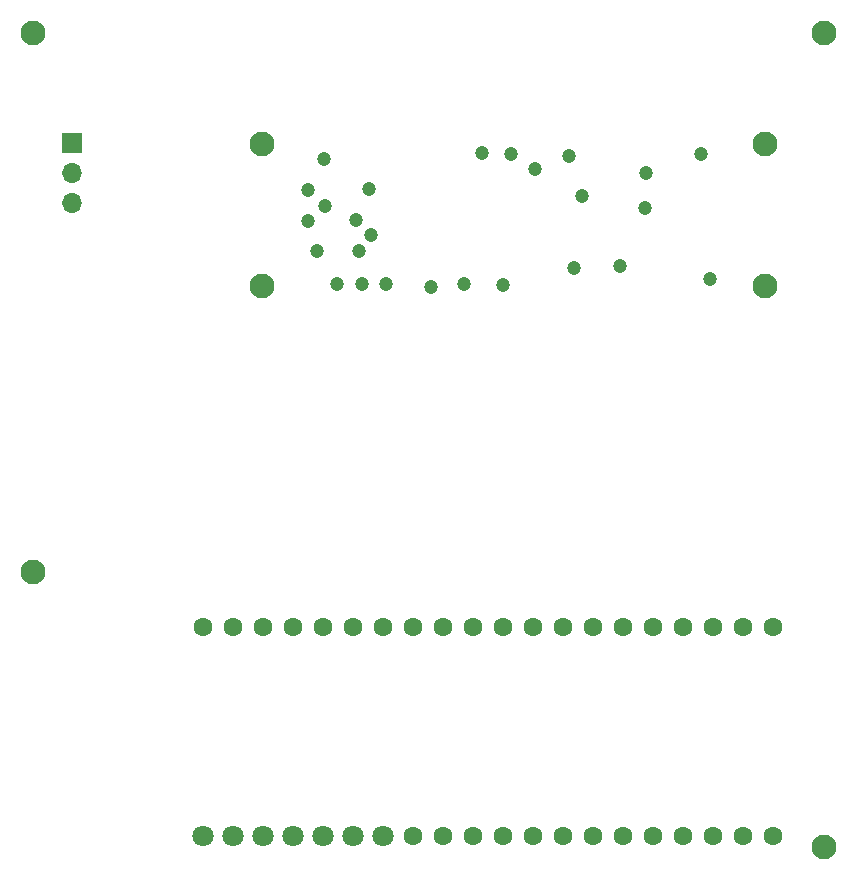
<source format=gbr>
%TF.GenerationSoftware,KiCad,Pcbnew,6.0.9-8da3e8f707~116~ubuntu22.04.1*%
%TF.CreationDate,2022-12-14T18:32:25+01:00*%
%TF.ProjectId,test_fixture,74657374-5f66-4697-9874-7572652e6b69,rev?*%
%TF.SameCoordinates,Original*%
%TF.FileFunction,Soldermask,Bot*%
%TF.FilePolarity,Negative*%
%FSLAX46Y46*%
G04 Gerber Fmt 4.6, Leading zero omitted, Abs format (unit mm)*
G04 Created by KiCad (PCBNEW 6.0.9-8da3e8f707~116~ubuntu22.04.1) date 2022-12-14 18:32:25*
%MOMM*%
%LPD*%
G01*
G04 APERTURE LIST*
%ADD10C,1.200000*%
%ADD11C,2.100000*%
%ADD12C,1.800000*%
%ADD13C,1.600000*%
%ADD14R,1.700000X1.700000*%
%ADD15O,1.700000X1.700000*%
G04 APERTURE END LIST*
D10*
%TO.C,POGO8*%
X129489200Y-81813400D03*
%TD*%
%TO.C,POGO13*%
X136017000Y-83235800D03*
%TD*%
%TO.C,POGO12*%
X129921000Y-91287600D03*
%TD*%
D11*
%TO.C,H9*%
X146100800Y-80797400D03*
%TD*%
D12*
%TO.C,U1*%
X98552000Y-139370600D03*
X101092000Y-139370600D03*
X103632000Y-139370600D03*
X106172000Y-139370600D03*
X108712000Y-139370600D03*
X111252000Y-139370600D03*
X113792000Y-139370600D03*
D13*
X116332000Y-139370600D03*
X118872000Y-139370600D03*
X121412000Y-139370600D03*
X123952000Y-139370600D03*
X126492000Y-139370600D03*
X129032000Y-139370600D03*
X131572000Y-139370600D03*
X134112000Y-139370600D03*
X136652000Y-139370600D03*
X139192000Y-139370600D03*
X141732000Y-139370600D03*
X144272000Y-139370600D03*
X146812000Y-139370600D03*
X146812000Y-121690600D03*
X144272000Y-121690600D03*
X141732000Y-121690600D03*
X139192000Y-121690600D03*
X136652000Y-121690600D03*
X134112000Y-121690600D03*
X131572000Y-121690600D03*
X129032000Y-121690600D03*
X126492000Y-121690600D03*
X123952000Y-121690600D03*
X121412000Y-121690600D03*
X118872000Y-121690600D03*
X116332000Y-121690600D03*
X113792000Y-121690600D03*
X111252000Y-121690600D03*
X108712000Y-121690600D03*
X106172000Y-121690600D03*
X103632000Y-121690600D03*
X101092000Y-121690600D03*
X98552000Y-121690600D03*
%TD*%
D11*
%TO.C,H4*%
X84124800Y-117043200D03*
%TD*%
D10*
%TO.C,POGO25*%
X109880400Y-92684600D03*
%TD*%
%TO.C,POGO2*%
X108204000Y-89865200D03*
%TD*%
D14*
%TO.C,J1*%
X87477600Y-80721200D03*
D15*
X87477600Y-83261200D03*
X87477600Y-85801200D03*
%TD*%
D10*
%TO.C,POGO22*%
X111785400Y-89865200D03*
%TD*%
%TO.C,POGO7*%
X133858000Y-91109800D03*
%TD*%
%TO.C,POGO6*%
X124637800Y-81661000D03*
%TD*%
%TO.C,POGO3*%
X107442000Y-87299800D03*
%TD*%
%TO.C,POGO15*%
X130606800Y-85191600D03*
%TD*%
%TO.C,POGO19*%
X140716000Y-81635600D03*
%TD*%
%TO.C,POGO23*%
X111531400Y-87249000D03*
%TD*%
D11*
%TO.C,H7*%
X103505000Y-80797400D03*
%TD*%
%TO.C,H10*%
X146100800Y-92811600D03*
%TD*%
D10*
%TO.C,POGO21*%
X112801400Y-88519000D03*
%TD*%
%TO.C,POGO16*%
X141503400Y-92278200D03*
%TD*%
%TO.C,POGO11*%
X123952000Y-92735400D03*
%TD*%
%TO.C,POGO14*%
X108788200Y-82092800D03*
%TD*%
%TO.C,POGO20*%
X112623600Y-84658200D03*
%TD*%
D11*
%TO.C,H3*%
X84124800Y-71424800D03*
%TD*%
D10*
%TO.C,POGO10*%
X114046000Y-92633800D03*
%TD*%
%TO.C,POGO1*%
X126619000Y-82905600D03*
%TD*%
D11*
%TO.C,H8*%
X103505000Y-92811600D03*
%TD*%
D10*
%TO.C,J6*%
X135991600Y-86233000D03*
%TD*%
%TO.C,J5*%
X120624600Y-92684600D03*
%TD*%
D11*
%TO.C,H6*%
X151079200Y-140309600D03*
%TD*%
%TO.C,H5*%
X151079200Y-71424800D03*
%TD*%
D10*
%TO.C,POGO24*%
X112039400Y-92710000D03*
%TD*%
%TO.C,POGO17*%
X117856000Y-92913200D03*
%TD*%
%TO.C,POGO4*%
X107442000Y-84683600D03*
%TD*%
%TO.C,POGO5*%
X122199400Y-81584800D03*
%TD*%
%TO.C,POGO18*%
X108864400Y-86029800D03*
%TD*%
M02*

</source>
